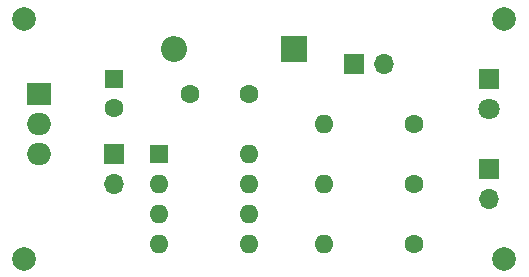
<source format=gts>
G04 #@! TF.GenerationSoftware,KiCad,Pcbnew,(5.1.9)-1*
G04 #@! TF.CreationDate,2021-04-22T01:37:42+01:00*
G04 #@! TF.ProjectId,remote,72656d6f-7465-42e6-9b69-6361645f7063,rev?*
G04 #@! TF.SameCoordinates,Original*
G04 #@! TF.FileFunction,Soldermask,Top*
G04 #@! TF.FilePolarity,Negative*
%FSLAX46Y46*%
G04 Gerber Fmt 4.6, Leading zero omitted, Abs format (unit mm)*
G04 Created by KiCad (PCBNEW (5.1.9)-1) date 2021-04-22 01:37:42*
%MOMM*%
%LPD*%
G01*
G04 APERTURE LIST*
%ADD10O,1.600000X1.600000*%
%ADD11C,1.600000*%
%ADD12O,1.700000X1.700000*%
%ADD13R,1.700000X1.700000*%
%ADD14R,1.600000X1.600000*%
%ADD15O,2.000000X1.905000*%
%ADD16R,2.000000X1.905000*%
%ADD17C,2.000000*%
%ADD18O,2.200000X2.200000*%
%ADD19R,2.200000X2.200000*%
%ADD20C,1.800000*%
%ADD21R,1.800000X1.800000*%
G04 APERTURE END LIST*
D10*
X48260000Y-31750000D03*
D11*
X55880000Y-31750000D03*
D12*
X30480000Y-36830000D03*
D13*
X30480000Y-34290000D03*
D11*
X30480000Y-30440000D03*
D14*
X30480000Y-27940000D03*
D15*
X24130000Y-34290000D03*
X24130000Y-31750000D03*
D16*
X24130000Y-29210000D03*
D17*
X22860000Y-43180000D03*
X63500000Y-43180000D03*
X63500000Y-22860000D03*
X22860000Y-22860000D03*
D18*
X35560000Y-25400000D03*
D19*
X45720000Y-25400000D03*
D11*
X36910000Y-29210000D03*
X41910000Y-29210000D03*
D12*
X62230000Y-38100000D03*
D13*
X62230000Y-35560000D03*
D10*
X41910000Y-34290000D03*
X34290000Y-41910000D03*
X41910000Y-36830000D03*
X34290000Y-39370000D03*
X41910000Y-39370000D03*
X34290000Y-36830000D03*
X41910000Y-41910000D03*
D14*
X34290000Y-34290000D03*
D12*
X53340000Y-26670000D03*
D13*
X50800000Y-26670000D03*
D10*
X48260000Y-41910000D03*
D11*
X55880000Y-41910000D03*
D10*
X48260000Y-36830000D03*
D11*
X55880000Y-36830000D03*
D20*
X62230000Y-30480000D03*
D21*
X62230000Y-27940000D03*
M02*

</source>
